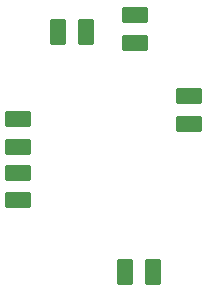
<source format=gbr>
%TF.GenerationSoftware,KiCad,Pcbnew,(6.0.7-1)-1*%
%TF.CreationDate,2022-10-01T11:55:10+02:00*%
%TF.ProjectId,HP6632B_binding_posts,48503636-3332-4425-9f62-696e64696e67,v2.0*%
%TF.SameCoordinates,Original*%
%TF.FileFunction,Paste,Top*%
%TF.FilePolarity,Positive*%
%FSLAX46Y46*%
G04 Gerber Fmt 4.6, Leading zero omitted, Abs format (unit mm)*
G04 Created by KiCad (PCBNEW (6.0.7-1)-1) date 2022-10-01 11:55:10*
%MOMM*%
%LPD*%
G01*
G04 APERTURE LIST*
G04 Aperture macros list*
%AMRoundRect*
0 Rectangle with rounded corners*
0 $1 Rounding radius*
0 $2 $3 $4 $5 $6 $7 $8 $9 X,Y pos of 4 corners*
0 Add a 4 corners polygon primitive as box body*
4,1,4,$2,$3,$4,$5,$6,$7,$8,$9,$2,$3,0*
0 Add four circle primitives for the rounded corners*
1,1,$1+$1,$2,$3*
1,1,$1+$1,$4,$5*
1,1,$1+$1,$6,$7*
1,1,$1+$1,$8,$9*
0 Add four rect primitives between the rounded corners*
20,1,$1+$1,$2,$3,$4,$5,0*
20,1,$1+$1,$4,$5,$6,$7,0*
20,1,$1+$1,$6,$7,$8,$9,0*
20,1,$1+$1,$8,$9,$2,$3,0*%
G04 Aperture macros list end*
%ADD10RoundRect,0.250001X0.462499X0.849999X-0.462499X0.849999X-0.462499X-0.849999X0.462499X-0.849999X0*%
%ADD11RoundRect,0.250001X-0.849999X0.462499X-0.849999X-0.462499X0.849999X-0.462499X0.849999X0.462499X0*%
%ADD12RoundRect,0.250001X-0.462499X-0.849999X0.462499X-0.849999X0.462499X0.849999X-0.462499X0.849999X0*%
%ADD13RoundRect,0.250001X0.849999X-0.462499X0.849999X0.462499X-0.849999X0.462499X-0.849999X-0.462499X0*%
G04 APERTURE END LIST*
D10*
%TO.C,L601*%
X102926500Y-70828000D03*
X100601500Y-70828000D03*
%TD*%
D11*
%TO.C,L603*%
X97192000Y-78194000D03*
X97192000Y-80519000D03*
%TD*%
D12*
%TO.C,L606*%
X106297000Y-91148000D03*
X108622000Y-91148000D03*
%TD*%
D13*
%TO.C,L602*%
X107098000Y-71736500D03*
X107098000Y-69411500D03*
%TD*%
D11*
%TO.C,L604*%
X97192000Y-82727000D03*
X97192000Y-85052000D03*
%TD*%
D13*
%TO.C,L605*%
X111670000Y-78594500D03*
X111670000Y-76269500D03*
%TD*%
M02*

</source>
